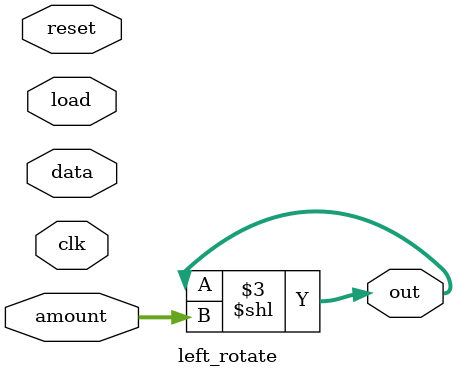
<source format=v>
module left_rotate(clk,reset,amount,data,load,out);
input clk,reset;
input [2:0] amount;
input [7:0] data;
input load;
output reg [7:0] out;
// when load is high, load data to out
// otherwise rotate the out register followed by left shift the out register by amount bits
assign load = !out & data;
assign out = out << amount;
endmodule

</source>
